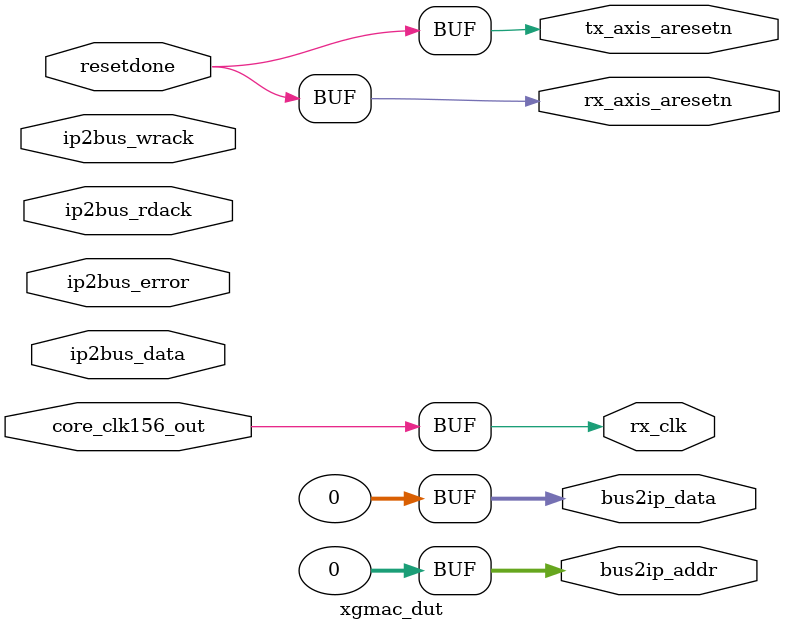
<source format=v>


// Change log:
// 
// 
// 

// -------------------------------------
// Naming Conventions:
// 	active low signals                 : "*_n"
// 	clock signals                      : "clk", "clk_div#", "clk_#x"
// 	reset signals                      : "rst", "rst_n"
// 	generics                           : "C_*"
// 	user defined types                 : "*_TYPE"
// 	state machine next state           : "*_ns"
// 	state machine current state        : "*_cs"
// 	combinatorial signals              : "*_com"
// 	pipelined or register delay signals: "*_d#"
// 	counter signals                    : "*cnt*"
// 	clock enable signals               : "*_ce"
// 	internal version of output port    : "*_i"
// 	device pins                        : "*_pin"
// 	ports                              : - Names begin with Uppercase
// Code:
module xgmac_dut (/*AUTOARG*/
   // Outputs
   bus2ip_addr, bus2ip_data, rx_clk, rx_axis_aresetn, tx_axis_aresetn,
   // Inputs
   ip2bus_data, ip2bus_error, ip2bus_rdack, ip2bus_wrack,
   core_clk156_out, resetdone
   );

   input [31:0] ip2bus_data;
   input 	ip2bus_error;
   input 	ip2bus_rdack;
   input 	ip2bus_wrack;
   
   output [31:0] bus2ip_addr;
   output [31:0] bus2ip_data;
   assign bus2ip_data = 0;
   assign bus2ip_addr = 0;
   
   input 	 core_clk156_out;
   output 	 rx_clk;
   assign rx_clk = core_clk156_out;

   input 	 resetdone;
   output 	 rx_axis_aresetn;
   output 	 tx_axis_aresetn;
   assign rx_axis_aresetn = resetdone;
   assign tx_axis_aresetn = resetdone;
endmodule
// 
// xgmac_dut.v ends here

</source>
